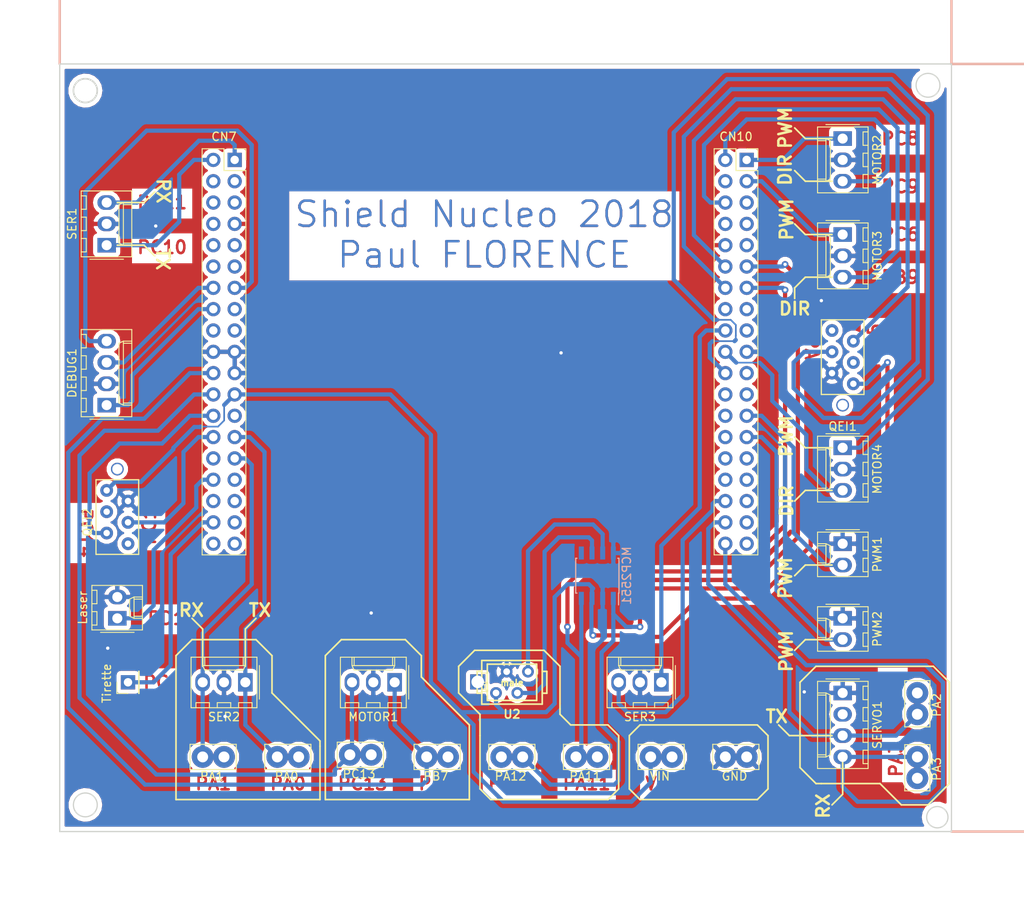
<source format=kicad_pcb>
(kicad_pcb (version 20171130) (host pcbnew 5.0.0-rc2-be01b52~65~ubuntu16.04.1)
  (title_block (title "Shield PCB Nucleo 2018") (date 2018-05-18) (rev 1.0) (company "Club Robot") (comment 1 "Paul FLORence"))
  (layers (0 F.Cu signal) (31 B.Cu signal) (34 B.Paste user hide) (35 F.Paste user hide) (36 B.SilkS user hide) (37 F.SilkS user hide) (38 B.Mask user hide) (39 F.Mask user hide) (44 Edge.Cuts user hide))
  (net 0 "")
  (net 1 PA0)
  (net 2 PA1)
  (net 3 PC12)
  (net 4 PD2)
  (net 5 VDD)
  (net 6 E5V)
  (net 7 BOOT0)
  (net 8 GND)
  (net 9 "Net-(CN7-Pad9)")
  (net 10 "Net-(CN7-Pad10)")
  (net 11 "Net-(CN7-Pad11)")
  (net 12 IOREF)
  (net 13 PA13)
  (net 14 RESET)
  (net 15 T_SCK)
  (net 16 3V3)
  (net 17 PA15)
  (net 18 5V)
  (net 19 PB7)
  (net 20 PC13)
  (net 21 VIN)
  (net 22 PC14)
  (net 23 "Net-(CN7-Pad26)")
  (net 24 PC15)
  (net 25 PD0)
  (net 26 PD1)
  (net 27 PA4)
  (net 28 VBAT)
  (net 29 PB0)
  (net 30 PC2)
  (net 31 PC1)
  (net 32 PC3)
  (net 33 PC0)
  (net 34 "Net-(CN10-Pad38)")
  (net 35 "Net-(CN10-Pad36)")
  (net 36 PC4)
  (net 37 AGND)
  (net 38 PB3)
  (net 39 PB13)
  (net 40 PB5)
  (net 41 PB14)
  (net 42 PB4)
  (net 43 PB15)
  (net 44 PB10)
  (net 45 PB1)
  (net 46 PA8)
  (net 47 PB2)
  (net 48 PA9)
  (net 49 PC7)
  (net 50 PB11)
  (net 51 PB12)
  (net 52 PA7)
  (net 53 PA11)
  (net 54 PA6)
  (net 55 PA12)
  (net 56 PA5)
  (net 57 "Net-(CN10-Pad10)")
  (net 58 U5V)
  (net 59 AVDD)
  (net 60 PC5)
  (net 61 PB9)
  (net 62 PC6)
  (net 63 PB8)
  (net 64 PC8)
  (net 65 PC9)
  (net 66 "Net-(SERVO1-Pad2)")
  (net 67 PC10)
  (net 68 PC11)
  (net 69 PA3)
  (net 70 PA2)
  (net 71 PA10)
  (net 72 PB6)
  (net 73 "Net-(QEI2-Pad4)")
  (net 74 "Net-(QEI2-Pad1)")
  (net 75 "Net-(QEI1-Pad1)")
  (net 76 "Net-(QEI1-Pad4)")
  (net 77 CAN_LOW)
  (net 78 CAN_HIGH)
  (net 79 "Net-(MOTOR1-Pad3)")
  (net 80 "Net-(U1-Pad5)")
  (module Connector_PinSocket_2.54mm:PinSocket_2x19_P2.54mm_Vertical_Odd (layer F.Cu) (at 78.74 82.55)
    (fp_text reference CN7 (at -1.27 -2.77) (layer F.SilkS))
    (fp_text value CONN_02X19)
    (pad 2 thru_hole rect (at 0 0) (size 1.7 1.7) (drill 1) (layers *.Cu *.Mask) (net 68 PC11))
    (pad 1 thru_hole oval (at -2.54 0) (size 1.7 1.7) (drill 1) (layers *.Cu *.Mask) (net 67 PC10))
    (pad 4 thru_hole oval (at 0 2.54) (size 1.7 1.7) (drill 1) (layers *.Cu *.Mask) (net 4 PD2))
    (pad 3 thru_hole oval (at -2.54 2.54) (size 1.7 1.7) (drill 1) (layers *.Cu *.Mask) (net 3 PC12))
    (pad 6 thru_hole oval (at 0 5.08) (size 1.7 1.7) (drill 1) (layers *.Cu *.Mask) (net 6 E5V))
    (pad 5 thru_hole oval (at -2.54 5.08) (size 1.7 1.7) (drill 1) (layers *.Cu *.Mask) (net 5 VDD))
    (pad 8 thru_hole oval (at 0 7.62) (size 1.7 1.7) (drill 1) (layers *.Cu *.Mask) (net 8 GND))
    (pad 7 thru_hole oval (at -2.54 7.62) (size 1.7 1.7) (drill 1) (layers *.Cu *.Mask) (net 7 BOOT0))
    (pad 10 thru_hole oval (at 0 10.16) (size 1.7 1.7) (drill 1) (layers *.Cu *.Mask) (net 10 "Net-(CN7-Pad10)"))
    (pad 9 thru_hole oval (at -2.54 10.16) (size 1.7 1.7) (drill 1) (layers *.Cu *.Mask) (net 9 "Net-(CN7-Pad9)"))
    (pad 12 thru_hole oval (at 0 12.7) (size 1.7 1.7) (drill 1) (layers *.Cu *.Mask) (net 12 IOREF))
    (pad 11 thru_hole oval (at -2.54 12.7) (size 1.7 1.7) (drill 1) (layers *.Cu *.Mask) (net 11 "Net-(CN7-Pad11)"))
    (pad 14 thru_hole oval (at 0 15.24) (size 1.7 1.7) (drill 1) (layers *.Cu *.Mask) (net 14 RESET))
    (pad 13 thru_hole oval (at -2.54 15.24) (size 1.7 1.7) (drill 1) (layers *.Cu *.Mask) (net 13 PA13))
    (pad 16 thru_hole oval (at 0 17.78) (size 1.7 1.7) (drill 1) (layers *.Cu *.Mask) (net 16 3V3))
    (pad 15 thru_hole oval (at -2.54 17.78) (size 1.7 1.7) (drill 1) (layers *.Cu *.Mask) (net 15 T_SCK))
    (pad 18 thru_hole oval (at 0 20.32) (size 1.7 1.7) (drill 1) (layers *.Cu *.Mask) (net 18 5V))
    (pad 17 thru_hole oval (at -2.54 20.32) (size 1.7 1.7) (drill 1) (layers *.Cu *.Mask) (net 17 PA15))
    (pad 20 thru_hole oval (at 0 22.86) (size 1.7 1.7) (drill 1) (layers *.Cu *.Mask) (net 8 GND))
    (pad 19 thru_hole oval (at -2.54 22.86) (size 1.7 1.7) (drill 1) (layers *.Cu *.Mask) (net 8 GND))
    (pad 22 thru_hole oval (at 0 25.4) (size 1.7 1.7) (drill 1) (layers *.Cu *.Mask) (net 8 GND))
    (pad 21 thru_hole oval (at -2.54 25.4) (size 1.7 1.7) (drill 1) (layers *.Cu *.Mask) (net 19 PB7))
    (pad 24 thru_hole oval (at 0 27.94) (size 1.7 1.7) (drill 1) (layers *.Cu *.Mask) (net 21 VIN))
    (pad 23 thru_hole oval (at -2.54 27.94) (size 1.7 1.7) (drill 1) (layers *.Cu *.Mask) (net 20 PC13))
    (pad 26 thru_hole oval (at 0 30.48) (size 1.7 1.7) (drill 1) (layers *.Cu *.Mask) (net 23 "Net-(CN7-Pad26)"))
    (pad 25 thru_hole oval (at -2.54 30.48) (size 1.7 1.7) (drill 1) (layers *.Cu *.Mask) (net 22 PC14))
    (pad 28 thru_hole oval (at 0 33.02) (size 1.7 1.7) (drill 1) (layers *.Cu *.Mask) (net 1 PA0))
    (pad 27 thru_hole oval (at -2.54 33.02) (size 1.7 1.7) (drill 1) (layers *.Cu *.Mask) (net 24 PC15))
    (pad 30 thru_hole oval (at 0 35.56) (size 1.7 1.7) (drill 1) (layers *.Cu *.Mask) (net 2 PA1))
    (pad 29 thru_hole oval (at -2.54 35.56) (size 1.7 1.7) (drill 1) (layers *.Cu *.Mask) (net 25 PD0))
    (pad 32 thru_hole oval (at 0 38.1) (size 1.7 1.7) (drill 1) (layers *.Cu *.Mask) (net 27 PA4))
    (pad 31 thru_hole oval (at -2.54 38.1) (size 1.7 1.7) (drill 1) (layers *.Cu *.Mask) (net 26 PD1))
    (pad 34 thru_hole oval (at 0 40.64) (size 1.7 1.7) (drill 1) (layers *.Cu *.Mask) (net 29 PB0))
    (pad 33 thru_hole oval (at -2.54 40.64) (size 1.7 1.7) (drill 1) (layers *.Cu *.Mask) (net 28 VBAT))
    (pad 36 thru_hole oval (at 0 43.18) (size 1.7 1.7) (drill 1) (layers *.Cu *.Mask) (net 31 PC1))
    (pad 35 thru_hole oval (at -2.54 43.18) (size 1.7 1.7) (drill 1) (layers *.Cu *.Mask) (net 30 PC2))
    (pad 38 thru_hole oval (at 0 45.72) (size 1.7 1.7) (drill 1) (layers *.Cu *.Mask) (net 33 PC0))
    (pad 37 thru_hole oval (at -2.54 45.72) (size 1.7 1.7) (drill 1) (layers *.Cu *.Mask) (net 32 PC3))
  )
  (module Connector_PinSocket_2.54mm:PinSocket_2x19_P2.54mm_Vertical_Odd (layer F.Cu) (at 139.7 82.55)
    (fp_text reference CN10 (at -1.27 -2.77) (layer F.SilkS))
    (fp_text value CONN_02X19)
    (pad 2 thru_hole rect (at 0 0) (size 1.7 1.7) (drill 1) (layers *.Cu *.Mask) (net 64 PC8))
    (pad 1 thru_hole oval (at -2.54 0) (size 1.7 1.7) (drill 1) (layers *.Cu *.Mask) (net 65 PC9))
    (pad 4 thru_hole oval (at 0 2.54) (size 1.7 1.7) (drill 1) (layers *.Cu *.Mask) (net 62 PC6))
    (pad 3 thru_hole oval (at -2.54 2.54) (size 1.7 1.7) (drill 1) (layers *.Cu *.Mask) (net 63 PB8))
    (pad 6 thru_hole oval (at 0 5.08) (size 1.7 1.7) (drill 1) (layers *.Cu *.Mask) (net 60 PC5))
    (pad 5 thru_hole oval (at -2.54 5.08) (size 1.7 1.7) (drill 1) (layers *.Cu *.Mask) (net 61 PB9))
    (pad 8 thru_hole oval (at 0 7.62) (size 1.7 1.7) (drill 1) (layers *.Cu *.Mask) (net 58 U5V))
    (pad 7 thru_hole oval (at -2.54 7.62) (size 1.7 1.7) (drill 1) (layers *.Cu *.Mask) (net 59 AVDD))
    (pad 10 thru_hole oval (at 0 10.16) (size 1.7 1.7) (drill 1) (layers *.Cu *.Mask) (net 57 "Net-(CN10-Pad10)"))
    (pad 9 thru_hole oval (at -2.54 10.16) (size 1.7 1.7) (drill 1) (layers *.Cu *.Mask) (net 8 GND))
    (pad 12 thru_hole oval (at 0 12.7) (size 1.7 1.7) (drill 1) (layers *.Cu *.Mask) (net 55 PA12))
    (pad 11 thru_hole oval (at -2.54 12.7) (size 1.7 1.7) (drill 1) (layers *.Cu *.Mask) (net 56 PA5))
    (pad 14 thru_hole oval (at 0 15.24) (size 1.7 1.7) (drill 1) (layers *.Cu *.Mask) (net 53 PA11))
    (pad 13 thru_hole oval (at -2.54 15.24) (size 1.7 1.7) (drill 1) (layers *.Cu *.Mask) (net 54 PA6))
    (pad 16 thru_hole oval (at 0 17.78) (size 1.7 1.7) (drill 1) (layers *.Cu *.Mask) (net 51 PB12))
    (pad 15 thru_hole oval (at -2.54 17.78) (size 1.7 1.7) (drill 1) (layers *.Cu *.Mask) (net 52 PA7))
    (pad 18 thru_hole oval (at 0 20.32) (size 1.7 1.7) (drill 1) (layers *.Cu *.Mask) (net 50 PB11))
    (pad 17 thru_hole oval (at -2.54 20.32) (size 1.7 1.7) (drill 1) (layers *.Cu *.Mask) (net 72 PB6))
    (pad 20 thru_hole oval (at 0 22.86) (size 1.7 1.7) (drill 1) (layers *.Cu *.Mask) (net 8 GND))
    (pad 19 thru_hole oval (at -2.54 22.86) (size 1.7 1.7) (drill 1) (layers *.Cu *.Mask) (net 49 PC7))
    (pad 22 thru_hole oval (at 0 25.4) (size 1.7 1.7) (drill 1) (layers *.Cu *.Mask) (net 47 PB2))
    (pad 21 thru_hole oval (at -2.54 25.4) (size 1.7 1.7) (drill 1) (layers *.Cu *.Mask) (net 48 PA9))
    (pad 24 thru_hole oval (at 0 27.94) (size 1.7 1.7) (drill 1) (layers *.Cu *.Mask) (net 45 PB1))
    (pad 23 thru_hole oval (at -2.54 27.94) (size 1.7 1.7) (drill 1) (layers *.Cu *.Mask) (net 46 PA8))
    (pad 26 thru_hole oval (at 0 30.48) (size 1.7 1.7) (drill 1) (layers *.Cu *.Mask) (net 43 PB15))
    (pad 25 thru_hole oval (at -2.54 30.48) (size 1.7 1.7) (drill 1) (layers *.Cu *.Mask) (net 44 PB10))
    (pad 28 thru_hole oval (at 0 33.02) (size 1.7 1.7) (drill 1) (layers *.Cu *.Mask) (net 41 PB14))
    (pad 27 thru_hole oval (at -2.54 33.02) (size 1.7 1.7) (drill 1) (layers *.Cu *.Mask) (net 42 PB4))
    (pad 30 thru_hole oval (at 0 35.56) (size 1.7 1.7) (drill 1) (layers *.Cu *.Mask) (net 39 PB13))
    (pad 29 thru_hole oval (at -2.54 35.56) (size 1.7 1.7) (drill 1) (layers *.Cu *.Mask) (net 40 PB5))
    (pad 32 thru_hole oval (at 0 38.1) (size 1.7 1.7) (drill 1) (layers *.Cu *.Mask) (net 37 AGND))
    (pad 31 thru_hole oval (at -2.54 38.1) (size 1.7 1.7) (drill 1) (layers *.Cu *.Mask) (net 38 PB3))
    (pad 34 thru_hole oval (at 0 40.64) (size 1.7 1.7) (drill 1) (layers *.Cu *.Mask) (net 36 PC4))
    (pad 33 thru_hole oval (at -2.54 40.64) (size 1.7 1.7) (drill 1) (layers *.Cu *.Mask) (net 71 PA10))
    (pad 36 thru_hole oval (at 0 43.18) (size 1.7 1.7) (drill 1) (layers *.Cu *.Mask) (net 35 "Net-(CN10-Pad36)"))
    (pad 35 thru_hole oval (at -2.54 43.18) (size 1.7 1.7) (drill 1) (layers *.Cu *.Mask) (net 70 PA2))
    (pad 38 thru_hole oval (at 0 45.72) (size 1.7 1.7) (drill 1) (layers *.Cu *.Mask) (net 34 "Net-(CN10-Pad38)"))
    (pad 37 thru_hole oval (at -2.54 45.72) (size 1.7 1.7) (drill 1) (layers *.Cu *.Mask) (net 69 PA3))
  )
  (module TestPoint:TestPoint_Bridge_Pitch2.54mm_Drill1.3mm (layer F.Cu) (at 160.02 148.59 90)
    (fp_text reference PA2 (at 1.1 2.3 90) (layer F.SilkS))
    (fp_text value TX_SERVO)
    (pad 1 thru_hole circle (at 2.54 0 90) (size 2.6 2.6) (drill 1.3) (layers *.Cu *.Mask) (net 70 PA2))
    (pad 1 thru_hole circle (at 0 0 90) (size 2.6 2.6) (drill 1.3) (layers *.Cu *.Mask) (net 70 PA2))
  )
  (module TestPoint:TestPoint_Bridge_Pitch2.54mm_Drill1.3mm (layer F.Cu) (at 160.02 156.21 90)
    (fp_text reference PA3 (at 1.1 2.3 90) (layer F.SilkS))
    (fp_text value RX_SERVO)
    (pad 1 thru_hole circle (at 2.54 0 90) (size 2.6 2.6) (drill 1.3) (layers *.Cu *.Mask) (net 69 PA3))
    (pad 1 thru_hole circle (at 0 0 90) (size 2.6 2.6) (drill 1.3) (layers *.Cu *.Mask) (net 69 PA3))
  )
  (module TestPoint:TestPoint_Bridge_Pitch2.54mm_Drill1.3mm (layer F.Cu) (at 110.49 153.67)
    (fp_text reference PA12 (at 1.1 2.3) (layer F.SilkS))
    (fp_text value CAN_TD)
    (pad 1 thru_hole circle (at 2.54 0) (size 2.6 2.6) (drill 1.3) (layers *.Cu *.Mask) (net 55 PA12))
    (pad 1 thru_hole circle (at 0 0) (size 2.6 2.6) (drill 1.3) (layers *.Cu *.Mask) (net 55 PA12))
  )
  (module TestPoint:TestPoint_Bridge_Pitch2.54mm_Drill1.3mm (layer F.Cu) (at 119.38 153.67)
    (fp_text reference PA11 (at 1.1 2.3) (layer F.SilkS))
    (fp_text value CAN_RD)
    (pad 1 thru_hole circle (at 2.54 0) (size 2.6 2.6) (drill 1.3) (layers *.Cu *.Mask) (net 53 PA11))
    (pad 1 thru_hole circle (at 0 0) (size 2.6 2.6) (drill 1.3) (layers *.Cu *.Mask) (net 53 PA11))
  )
  (module TestPoint:TestPoint_Bridge_Pitch2.54mm_Drill1.3mm (layer F.Cu) (at 128.27 153.67)
    (fp_text reference VIN (at 1.1 2.3) (layer F.SilkS))
    (fp_text value 5V)
    (pad 1 thru_hole circle (at 2.54 0) (size 2.6 2.6) (drill 1.3) (layers *.Cu *.Mask) (net 21 VIN))
    (pad 1 thru_hole circle (at 0 0) (size 2.6 2.6) (drill 1.3) (layers *.Cu *.Mask) (net 21 VIN))
  )
  (module TestPoint:TestPoint_Bridge_Pitch2.54mm_Drill1.3mm (layer F.Cu) (at 137.16 153.67)
    (fp_text reference GND (at 1.1 2.3) (layer F.SilkS))
    (fp_text value GND)
    (pad 1 thru_hole circle (at 2.54 0) (size 2.6 2.6) (drill 1.3) (layers *.Cu *.Mask) (net 8 GND))
    (pad 1 thru_hole circle (at 0 0) (size 2.6 2.6) (drill 1.3) (layers *.Cu *.Mask) (net 8 GND))
  )
  (module micro-MaTch:0-215464-4_TH_4-pin_male (layer F.Cu) (at 111.76 144.78 180)
    (fp_text reference U2 (at 0 -3.8 180) (layer F.SilkS) (effects (font (thickness 0.2))))
    (fp_text value micromatch_female hide)
    (fp_text user male (at 0 -0.07 180) (layer F.SilkS) (effects (font (size 0.75 0.75) (thickness 0.1875))))
    (pad 1 thru_hole circle (at 1.905 -1.27 180) (size 1.4 1.4) (drill 0.8) (layers *.Cu *.Mask) (net 21 VIN))
    (pad 2 thru_hole circle (at 0.635 1.27 180) (size 1.4 1.4) (drill 0.8) (layers *.Cu *.Mask) (net 8 GND))
    (pad 3 thru_hole circle (at -0.635 -1.27 180) (size 1.4 1.4) (drill 0.8) (layers *.Cu *.Mask) (net 77 CAN_LOW))
    (pad 4 thru_hole circle (at -1.905 1.27 180) (size 1.4 1.4) (drill 0.8) (layers *.Cu *.Mask) (net 78 CAN_HIGH))
    (pad "" np_thru_hole rect (at 4.0767 0.0508 180) (size 1.8 1.8) (drill 1.5) (layers *.Cu *.Mask))
  )
  (module Connector_Molex:Molex_KK-254_AE-6410-02A_1x02_P2.54mm_Vertical (layer F.Cu) (at 64.77 137.16 90)
    (fp_text reference Laser (at 1.27 -4.12 90) (layer F.SilkS))
    (fp_text value Conn_01x02)
    (pad 2 thru_hole oval (at 2.54 0 90) (size 1.74 2.2) (drill 1.2) (layers *.Cu *.Mask) (net 8 GND))
    (pad 1 thru_hole rect (at 0 0 90) (size 1.74 2.2) (drill 1.2) (layers *.Cu *.Mask) (net 26 PD1))
  )
  (module Connector_Molex:Molex_KK-254_AE-6410-03A_1x03_P2.54mm_Vertical (layer F.Cu) (at 97.79 144.78 180)
    (fp_text reference MOTOR1 (at 2.54 -4.12 180) (layer F.SilkS))
    (fp_text value Motor1)
    (pad 3 thru_hole oval (at 5.08 0 180) (size 1.74 2.2) (drill 1.2) (layers *.Cu *.Mask) (net 20 PC13))
    (pad 2 thru_hole oval (at 2.54 0 180) (size 1.74 2.2) (drill 1.2) (layers *.Cu *.Mask) (net 8 GND))
    (pad 1 thru_hole rect (at 0 0 180) (size 1.74 2.2) (drill 1.2) (layers *.Cu *.Mask) (net 19 PB7))
  )
  (module Connector_Molex:Molex_KK-254_AE-6410-03A_1x03_P2.54mm_Vertical (layer F.Cu) (at 151.13 80.01 270)
    (fp_text reference MOTOR2 (at 2.54 -4.12 270) (layer F.SilkS))
    (fp_text value Motor2)
    (pad 3 thru_hole oval (at 5.08 0 270) (size 1.74 2.2) (drill 1.2) (layers *.Cu *.Mask) (net 65 PC9))
    (pad 2 thru_hole oval (at 2.54 0 270) (size 1.74 2.2) (drill 1.2) (layers *.Cu *.Mask) (net 8 GND))
    (pad 1 thru_hole rect (at 0 0 270) (size 1.74 2.2) (drill 1.2) (layers *.Cu *.Mask) (net 64 PC8))
  )
  (module Connector_Molex:Molex_KK-254_AE-6410-03A_1x03_P2.54mm_Vertical (layer F.Cu) (at 151.13 91.44 270)
    (fp_text reference MOTOR3 (at 2.54 -4.12 270) (layer F.SilkS))
    (fp_text value Motor3)
    (pad 3 thru_hole oval (at 5.08 0 270) (size 1.74 2.2) (drill 1.2) (layers *.Cu *.Mask) (net 61 PB9))
    (pad 2 thru_hole oval (at 2.54 0 270) (size 1.74 2.2) (drill 1.2) (layers *.Cu *.Mask) (net 8 GND))
    (pad 1 thru_hole rect (at 0 0 270) (size 1.74 2.2) (drill 1.2) (layers *.Cu *.Mask) (net 62 PC6))
  )
  (module Connector_Molex:Molex_KK-254_AE-6410-03A_1x03_P2.54mm_Vertical (layer F.Cu) (at 151.13 116.84 270)
    (fp_text reference MOTOR4 (at 2.54 -4.12 270) (layer F.SilkS))
    (fp_text value Motor4)
    (pad 3 thru_hole oval (at 5.08 0 270) (size 1.74 2.2) (drill 1.2) (layers *.Cu *.Mask) (net 49 PC7))
    (pad 2 thru_hole oval (at 2.54 0 270) (size 1.74 2.2) (drill 1.2) (layers *.Cu *.Mask) (net 8 GND))
    (pad 1 thru_hole rect (at 0 0 270) (size 1.74 2.2) (drill 1.2) (layers *.Cu *.Mask) (net 48 PA9))
  )
  (module Package_SO:SOIC-8_3.9x4.9mm_P1.27mm (layer B.Cu) (at 121.92 132.08 90)
    (fp_text reference MCP2551 (at 0 3.5 90) (layer B.SilkS) (effects (justify mirror)))
    (fp_text value MCP2551)
    (pad 8 smd rect (at 2.7 1.905 90) (size 1.55 0.6) (layers B.Cu B.Paste B.Mask) (net 8 GND))
    (pad 7 smd rect (at 2.7 0.635 90) (size 1.55 0.6) (layers B.Cu B.Paste B.Mask) (net 78 CAN_HIGH))
    (pad 6 smd rect (at 2.7 -0.635 90) (size 1.55 0.6) (layers B.Cu B.Paste B.Mask) (net 77 CAN_LOW))
    (pad 5 smd rect (at 2.7 -1.905 90) (size 1.55 0.6) (layers B.Cu B.Paste B.Mask) (net 80 "Net-(U1-Pad5)"))
    (pad 4 smd rect (at -2.7 -1.905 90) (size 1.55 0.6) (layers B.Cu B.Paste B.Mask) (net 53 PA11))
    (pad 3 smd rect (at -2.7 -0.635 90) (size 1.55 0.6) (layers B.Cu B.Paste B.Mask) (net 21 VIN))
    (pad 2 smd rect (at -2.7 0.635 90) (size 1.55 0.6) (layers B.Cu B.Paste B.Mask) (net 8 GND))
    (pad 1 smd rect (at -2.7 1.905 90) (size 1.55 0.6) (layers B.Cu B.Paste B.Mask) (net 55 PA12))
  )
  (module TestPoint:TestPoint_Bridge_Pitch2.54mm_Drill1.3mm (layer F.Cu) (at 74.93 153.67)
    (fp_text reference PA1 (at 1.1 2.3) (layer F.SilkS))
    (fp_text value RX2)
    (pad 1 thru_hole circle (at 2.54 0) (size 2.6 2.6) (drill 1.3) (layers *.Cu *.Mask) (net 2 PA1))
    (pad 1 thru_hole circle (at 0 0) (size 2.6 2.6) (drill 1.3) (layers *.Cu *.Mask) (net 2 PA1))
  )
  (module TestPoint:TestPoint_Bridge_Pitch2.54mm_Drill1.3mm (layer F.Cu) (at 83.82 153.67)
    (fp_text reference PA0 (at 1.1 2.3) (layer F.SilkS))
    (fp_text value TX2)
    (pad 1 thru_hole circle (at 2.54 0) (size 2.6 2.6) (drill 1.3) (layers *.Cu *.Mask) (net 1 PA0))
    (pad 1 thru_hole circle (at 0 0) (size 2.6 2.6) (drill 1.3) (layers *.Cu *.Mask) (net 1 PA0))
  )
  (module TestPoint:TestPoint_Bridge_Pitch2.54mm_Drill1.3mm (layer F.Cu) (at 101.6 153.67)
    (fp_text reference PB7 (at 1.1 2.3) (layer F.SilkS))
    (fp_text value PWM_MOT_1)
    (pad 1 thru_hole circle (at 2.54 0) (size 2.6 2.6) (drill 1.3) (layers *.Cu *.Mask) (net 19 PB7))
    (pad 1 thru_hole circle (at 0 0) (size 2.6 2.6) (drill 1.3) (layers *.Cu *.Mask) (net 19 PB7))
  )
  (module TestPoint:TestPoint_Bridge_Pitch2.54mm_Drill1.3mm (layer F.Cu) (at 92.456 153.416)
    (fp_text reference PC13 (at 1.1 2.3) (layer F.SilkS))
    (fp_text value DIR_MOT_1)
    (pad 1 thru_hole circle (at 2.54 0) (size 2.6 2.6) (drill 1.3) (layers *.Cu *.Mask) (net 79 "Net-(MOTOR1-Pad3)"))
    (pad 1 thru_hole circle (at 0 0) (size 2.6 2.6) (drill 1.3) (layers *.Cu *.Mask) (net 20 PC13))
  )
  (module Connector_Molex:Molex_KK-254_AE-6410-02A_1x02_P2.54mm_Vertical (layer F.Cu) (at 151.13 137.16 270)
    (fp_text reference PWM2 (at 1.27 -4.12 270) (layer F.SilkS))
    (fp_text value "Pwm 2")
    (pad 2 thru_hole oval (at 2.54 0 270) (size 1.74 2.2) (drill 1.2) (layers *.Cu *.Mask) (net 41 PB14))
    (pad 1 thru_hole rect (at 0 0 270) (size 1.74 2.2) (drill 1.2) (layers *.Cu *.Mask) (net 8 GND))
  )
  (module Connector_Molex:Molex_KK-254_AE-6410-02A_1x02_P2.54mm_Vertical (layer F.Cu) (at 151.13 128.27 270)
    (fp_text reference PWM1 (at 1.27 -4.12 270) (layer F.SilkS))
    (fp_text value "Pwm 1")
    (pad 2 thru_hole oval (at 2.54 0 270) (size 1.74 2.2) (drill 1.2) (layers *.Cu *.Mask) (net 43 PB15))
    (pad 1 thru_hole rect (at 0 0 270) (size 1.74 2.2) (drill 1.2) (layers *.Cu *.Mask) (net 8 GND))
  )
  (module Connector_Molex:Molex_KK-254_AE-6410-03A_1x03_P2.54mm_Vertical (layer F.Cu) (at 129.54 144.78 180)
    (fp_text reference SER3 (at 2.54 -4.12 180) (layer F.SilkS))
    (fp_text value "Serial 3")
    (pad 3 thru_hole oval (at 5.08 0 180) (size 1.74 2.2) (drill 1.2) (layers *.Cu *.Mask) (net 71 PA10))
    (pad 2 thru_hole oval (at 2.54 0 180) (size 1.74 2.2) (drill 1.2) (layers *.Cu *.Mask) (net 8 GND))
    (pad 1 thru_hole rect (at 0 0 180) (size 1.74 2.2) (drill 1.2) (layers *.Cu *.Mask) (net 72 PB6))
  )
  (module Connector_Molex:Molex_KK-254_AE-6410-03A_1x03_P2.54mm_Vertical (layer F.Cu) (at 80.01 144.78 180)
    (fp_text reference SER2 (at 2.54 -4.12 180) (layer F.SilkS))
    (fp_text value "Serial 2")
    (pad 3 thru_hole oval (at 5.08 0 180) (size 1.74 2.2) (drill 1.2) (layers *.Cu *.Mask) (net 2 PA1))
    (pad 2 thru_hole oval (at 2.54 0 180) (size 1.74 2.2) (drill 1.2) (layers *.Cu *.Mask) (net 8 GND))
    (pad 1 thru_hole rect (at 0 0 180) (size 1.74 2.2) (drill 1.2) (layers *.Cu *.Mask) (net 1 PA0))
  )
  (module Connector_Molex:Molex_KK-254_AE-6410-03A_1x03_P2.54mm_Vertical (layer F.Cu) (at 63.5 92.71 90)
    (fp_text reference SER1 (at 2.54 -4.12 90) (layer F.SilkS))
    (fp_text value "Serial 1")
    (pad 3 thru_hole oval (at 5.08 0 90) (size 1.74 2.2) (drill 1.2) (layers *.Cu *.Mask) (net 68 PC11))
    (pad 2 thru_hole oval (at 2.54 0 90) (size 1.74 2.2) (drill 1.2) (layers *.Cu *.Mask) (net 8 GND))
    (pad 1 thru_hole rect (at 0 0 90) (size 1.74 2.2) (drill 1.2) (layers *.Cu *.Mask) (net 67 PC10))
  )
  (module Connector_Molex:Molex_KK-254_AE-6410-04A_1x04_P2.54mm_Vertical (layer F.Cu) (at 151.13 146.05 270)
    (fp_text reference SERVO1 (at 3.81 -4.12 270) (layer F.SilkS))
    (fp_text value "Servo 1")
    (pad 4 thru_hole oval (at 7.62 0 270) (size 1.74 2.2) (drill 1.2) (layers *.Cu *.Mask) (net 69 PA3))
    (pad 3 thru_hole oval (at 5.08 0 270) (size 1.74 2.2) (drill 1.2) (layers *.Cu *.Mask) (net 70 PA2))
    (pad 2 thru_hole oval (at 2.54 0 270) (size 1.74 2.2) (drill 1.2) (layers *.Cu *.Mask) (net 66 "Net-(SERVO1-Pad2)"))
    (pad 1 thru_hole rect (at 0 0 270) (size 1.74 2.2) (drill 1.2) (layers *.Cu *.Mask) (net 8 GND))
  )
  (module Connector_Molex:Molex_KK-254_AE-6410-04A_1x04_P2.54mm_Vertical (layer F.Cu) (at 63.5 111.76 90)
    (fp_text reference DEBUG1 (at 3.81 -4.12 90) (layer F.SilkS))
    (fp_text value "Connection ST-LINK")
    (pad 4 thru_hole oval (at 7.62 0 90) (size 1.74 2.2) (drill 1.2) (layers *.Cu *.Mask) (net 14 RESET))
    (pad 3 thru_hole oval (at 5.08 0 90) (size 1.74 2.2) (drill 1.2) (layers *.Cu *.Mask) (net 13 PA13))
    (pad 2 thru_hole oval (at 2.54 0 90) (size 1.74 2.2) (drill 1.2) (layers *.Cu *.Mask) (net 8 GND))
    (pad 1 thru_hole rect (at 0 0 90) (size 1.74 2.2) (drill 1.2) (layers *.Cu *.Mask) (net 15 T_SCK))
  )
  (module Connector_PinHeader_2.54mm:PinHeader_1x01_P2.54mm_Vertical (layer F.Cu) (at 66.04 144.78 90)
    (fp_text reference Tirette (at -0.127 -2.54 270) (layer F.SilkS))
    (fp_text value "Digital In 1")
    (pad 1 thru_hole rect (at 0 0 90) (size 1.7 1.7) (drill 1) (layers *.Cu *.Mask) (net 30 PC2))
  )
  (module micro-MaTch:Micromatch_Female_6 (layer F.Cu) (at 64.77 125.73 180)
    (fp_text reference QEI2 (at 3.556 0 270) (layer F.SilkS))
    (fp_text value micromatch_6_female)
    (pad "" np_thru_hole circle (at 0 6.35 180) (size 1.524 1.524) (drill 1.2) (layers *.Cu *.Mask))
    (pad 5 thru_hole circle (at -1.27 2.54 180) (size 1.524 1.524) (drill 0.762) (layers *.Cu *.Mask) (net 8 GND))
    (pad 6 thru_hole circle (at 1.27 3.81 180) (size 1.524 1.524) (drill 0.762) (layers *.Cu *.Mask) (net 21 VIN))
    (pad 4 thru_hole circle (at 1.27 1.27 180) (size 1.524 1.524) (drill 0.762) (layers *.Cu *.Mask) (net 73 "Net-(QEI2-Pad4)"))
    (pad 3 thru_hole circle (at -1.27 0 180) (size 1.524 1.524) (drill 0.762) (layers *.Cu *.Mask) (net 24 PC15))
    (pad 2 thru_hole circle (at 1.27 -1.27 180) (size 1.524 1.524) (drill 0.762) (layers *.Cu *.Mask) (net 22 PC14))
    (pad 1 thru_hole circle (at -1.27 -2.54 180) (size 1.524 1.524) (drill 0.762) (layers *.Cu *.Mask) (net 74 "Net-(QEI2-Pad1)"))
  )
  (module micro-MaTch:Micromatch_Female_6 (layer F.Cu) (at 151.13 105.41)
    (fp_text reference QEI1 (at 0 8.89) (layer F.SilkS))
    (fp_text value micromatch_6_female)
    (pad "" np_thru_hole circle (at 0 6.35) (size 1.524 1.524) (drill 1.2) (layers *.Cu *.Mask))
    (pad 5 thru_hole circle (at -1.27 2.54) (size 1.524 1.524) (drill 0.762) (layers *.Cu *.Mask) (net 8 GND))
    (pad 6 thru_hole circle (at 1.27 3.81) (size 1.524 1.524) (drill 0.762) (layers *.Cu *.Mask) (net 21 VIN))
    (pad 4 thru_hole circle (at 1.27 1.27) (size 1.524 1.524) (drill 0.762) (layers *.Cu *.Mask) (net 76 "Net-(QEI1-Pad4)"))
    (pad 3 thru_hole circle (at -1.27 0) (size 1.524 1.524) (drill 0.762) (layers *.Cu *.Mask) (net 54 PA6))
    (pad 2 thru_hole circle (at 1.27 -1.27) (size 1.524 1.524) (drill 0.762) (layers *.Cu *.Mask) (net 56 PA5))
    (pad 1 thru_hole circle (at -1.27 -2.54) (size 1.524 1.524) (drill 0.762) (layers *.Cu *.Mask) (net 75 "Net-(QEI1-Pad1)"))
  )
  (gr_circle (center 162.4 160.85) (end 163.67 160.85) (layer Edge.Cuts) (width 0.15))
  (gr_circle (center 161.29 73.66) (end 162.56 73.025) (layer Edge.Cuts) (width 0.15))
  (gr_circle (center 60.96 159.385) (end 62.23 158.75) (layer Edge.Cuts) (width 0.15))
  (gr_circle (center 60.96 74.295) (end 61.595 73.025) (layer Edge.Cuts) (width 0.2))
  (gr_text DIR (at 144.45 123.18 90) (layer F.SilkS) (effects (font (size 1.5 1.5) (thickness 0.3))))
  (gr_text PWM (at 144.39 115.46 90) (layer F.SilkS) (effects (font (size 1.5 1.5) (thickness 0.3))))
  (gr_line (start 146.685 121.92) (end 145.415 123.19) (layer F.SilkS) (width 0.2))
  (gr_line (start 149.86 121.92) (end 146.685 121.92) (layer F.SilkS) (width 0.2))
  (gr_line (start 146.685 116.84) (end 145.415 115.57) (layer F.SilkS) (width 0.2))
  (gr_line (start 149.86 116.84) (end 146.685 116.84) (layer F.SilkS) (width 0.2))
  (gr_line (start 145.415 97.79) (end 145.415 99.06) (layer F.SilkS) (width 0.2))
  (gr_text DIR (at 145.425 100.275) (layer F.SilkS) (effects (font (size 1.5 1.5) (thickness 0.3))))
  (gr_text PWM (at 144.46 89.65 90) (layer F.SilkS) (effects (font (size 1.5 1.5) (thickness 0.3))))
  (gr_line (start 146.685 96.52) (end 145.415 97.79) (layer F.SilkS) (width 0.2))
  (gr_line (start 149.86 96.52) (end 146.685 96.52) (layer F.SilkS) (width 0.2))
  (gr_line (start 146.685 91.44) (end 145.415 90.17) (layer F.SilkS) (width 0.2))
  (gr_line (start 149.86 91.44) (end 146.685 91.44) (layer F.SilkS) (width 0.2))
  (gr_text DIR (at 144.27 83.725 90) (layer F.SilkS) (effects (font (size 1.5 1.5) (thickness 0.3))))
  (gr_text "PWM\n" (at 144.29 78.73 90) (layer F.SilkS) (effects (font (size 1.5 1.5) (thickness 0.3))))
  (gr_line (start 146.685 85.09) (end 145.415 83.82) (layer F.SilkS) (width 0.2))
  (gr_line (start 149.86 85.09) (end 146.685 85.09) (layer F.SilkS) (width 0.2))
  (gr_line (start 146.685 80.01) (end 145.415 78.74) (layer F.SilkS) (width 0.2))
  (gr_line (start 149.86 80.01) (end 146.685 80.01) (layer F.SilkS) (width 0.2))
  (gr_text TX (at 70.19 94.38 270) (layer F.SilkS) (effects (font (size 1.5 1.5) (thickness 0.3))))
  (gr_text RX (at 70.24 86.25 270) (layer F.SilkS) (effects (font (size 1.5 1.5) (thickness 0.3))))
  (gr_line (start 67.945 92.71) (end 69.215 93.98) (layer F.SilkS) (width 0.2))
  (gr_line (start 64.77 92.71) (end 67.945 92.71) (layer F.SilkS) (width 0.2))
  (gr_line (start 67.945 87.63) (end 69.215 86.36) (layer F.SilkS) (width 0.2))
  (gr_line (start 64.77 87.63) (end 67.945 87.63) (layer F.SilkS) (width 0.2))
  (gr_text PWM (at 144.4 141.07 90) (layer F.SilkS) (effects (font (size 1.5 1.5) (thickness 0.3))))
  (gr_line (start 146.685 139.7) (end 145.415 140.97) (layer F.SilkS) (width 0.2))
  (gr_line (start 146.685 139.7) (end 149.86 139.7) (layer F.SilkS) (width 0.2))
  (gr_text PWM (at 144.3 132.36 90) (layer F.SilkS) (effects (font (size 1.5 1.5) (thickness 0.3))))
  (gr_line (start 146.685 130.81) (end 145.415 132.08) (layer F.SilkS) (width 0.2))
  (gr_line (start 149.86 130.81) (end 146.685 130.81) (layer F.SilkS) (width 0.2))
  (gr_text TX (at 143.28 148.85) (layer F.SilkS) (effects (font (size 1.5 1.5) (thickness 0.3))))
  (gr_text RX (at 148.8 159.53 90) (layer F.SilkS) (effects (font (size 1.5 1.5) (thickness 0.3))))
  (gr_line (start 144.78 151.13) (end 143.51 149.86) (layer F.SilkS) (width 0.2))
  (gr_line (start 149.86 151.13) (end 144.78 151.13) (layer F.SilkS) (width 0.2))
  (gr_line (start 151.13 158.115) (end 149.86 159.385) (layer F.SilkS) (width 0.2))
  (gr_line (start 151.13 154.305) (end 151.13 158.115) (layer F.SilkS) (width 0.2))
  (gr_text "TX\n" (at 81.74 136.19) (layer F.SilkS) (effects (font (size 1.5 1.5) (thickness 0.3))))
  (gr_line (start 80.01 138.43) (end 81.28 137.16) (layer F.SilkS) (width 0.2))
  (gr_line (start 80.01 142.875) (end 80.01 138.43) (layer F.SilkS) (width 0.2))
  (gr_text "RX\n" (at 73.58 136.19) (layer F.SilkS) (effects (font (size 1.5 1.5) (thickness 0.3))))
  (gr_line (start 74.93 138.43) (end 73.66 137.16) (layer F.SilkS) (width 0.2))
  (gr_line (start 74.93 142.875) (end 74.93 138.43) (layer F.SilkS) (width 0.2))
  (gr_line (start 161.925 142.875) (end 163.83 144.78) (layer F.SilkS) (width 0.2))
  (gr_line (start 147.955 142.875) (end 161.925 142.875) (layer F.SilkS) (width 0.2))
  (gr_line (start 146.05 144.78) (end 147.955 142.875) (layer F.SilkS) (width 0.2))
  (gr_line (start 146.05 154.94) (end 146.05 144.78) (layer F.SilkS) (width 0.2))
  (gr_line (start 147.955 156.845) (end 146.05 154.94) (layer F.SilkS) (width 0.2))
  (gr_line (start 148.59 156.845) (end 147.955 156.845) (layer F.SilkS) (width 0.2))
  (gr_line (start 155.575 156.845) (end 148.59 156.845) (layer F.SilkS) (width 0.2))
  (gr_line (start 158.115 159.385) (end 155.575 156.845) (layer F.SilkS) (width 0.2))
  (gr_line (start 163.83 156.845) (end 163.83 144.78) (layer F.SilkS) (width 0.2))
  (gr_line (start 161.29 159.385) (end 163.83 156.845) (layer F.SilkS) (width 0.2))
  (gr_line (start 158.115 159.385) (end 161.29 159.385) (layer F.SilkS) (width 0.2))
  (gr_line (start 118.745 149.86) (end 123.19 149.86) (layer F.SilkS) (width 0.2))
  (gr_line (start 117.475 148.59) (end 118.745 149.86) (layer F.SilkS) (width 0.2))
  (gr_line (start 117.475 147.955) (end 117.475 148.59) (layer F.SilkS) (width 0.2))
  (gr_line (start 117.475 142.875) (end 117.475 147.955) (layer F.SilkS) (width 0.2))
  (gr_line (start 115.57 140.97) (end 117.475 142.875) (layer F.SilkS) (width 0.2))
  (gr_line (start 107.315 140.97) (end 115.57 140.97) (layer F.SilkS) (width 0.2))
  (gr_line (start 105.41 142.875) (end 107.315 140.97) (layer F.SilkS) (width 0.2))
  (gr_line (start 105.41 146.05) (end 105.41 142.875) (layer F.SilkS) (width 0.2))
  (gr_line (start 107.95 148.59) (end 105.41 146.05) (layer F.SilkS) (width 0.2))
  (gr_line (start 107.95 151.13) (end 107.95 148.59) (layer F.SilkS) (width 0.2))
  (gr_line (start 125.73 157.48) (end 125.73 151.13) (layer F.SilkS) (width 0.2))
  (gr_line (start 127 158.75) (end 125.73 157.48) (layer F.SilkS) (width 0.2))
  (gr_line (start 140.97 158.75) (end 127 158.75) (layer F.SilkS) (width 0.2))
  (gr_line (start 142.24 157.48) (end 140.97 158.75) (layer F.SilkS) (width 0.2))
  (gr_line (start 142.24 151.13) (end 142.24 157.48) (layer F.SilkS) (width 0.2))
  (gr_line (start 140.97 149.86) (end 142.24 151.13) (layer F.SilkS) (width 0.2))
  (gr_line (start 127 149.86) (end 140.97 149.86) (layer F.SilkS) (width 0.2))
  (gr_line (start 125.73 151.13) (end 127 149.86) (layer F.SilkS) (width 0.2))
  (gr_line (start 107.95 157.48) (end 107.95 151.13) (layer F.SilkS) (width 0.2))
  (gr_line (start 109.22 158.75) (end 107.95 157.48) (layer F.SilkS) (width 0.2))
  (gr_line (start 109.855 158.75) (end 109.22 158.75) (layer F.SilkS) (width 0.2))
  (gr_line (start 123.19 158.75) (end 109.855 158.75) (layer F.SilkS) (width 0.2))
  (gr_line (start 124.46 157.48) (end 123.19 158.75) (layer F.SilkS) (width 0.2))
  (gr_line (start 124.46 151.13) (end 124.46 157.48) (layer F.SilkS) (width 0.2))
  (gr_line (start 123.19 149.86) (end 124.46 151.13) (layer F.SilkS) (width 0.2))
  (gr_line (start 99.06 139.7) (end 91.44 139.7) (layer F.SilkS) (width 0.2))
  (gr_line (start 100.965 141.605) (end 99.06 139.7) (layer F.SilkS) (width 0.2))
  (gr_line (start 100.965 144.145) (end 100.965 141.605) (layer F.SilkS) (width 0.2))
  (gr_line (start 106.68 149.86) (end 100.965 144.145) (layer F.SilkS) (width 0.2))
  (gr_line (start 81.28 139.7) (end 73.66 139.7) (layer F.SilkS) (width 0.2))
  (gr_line (start 83.185 141.605) (end 81.28 139.7) (layer F.SilkS) (width 0.2))
  (gr_line (start 83.185 146.05) (end 83.185 141.605) (layer F.SilkS) (width 0.2))
  (gr_line (start 88.9 151.765) (end 83.185 146.05) (layer F.SilkS) (width 0.2))
  (gr_line (start 88.9 152.4) (end 88.9 151.765) (layer F.SilkS) (width 0.2))
  (gr_line (start 88.9 158.75) (end 88.9 152.4) (layer F.SilkS) (width 0.2))
  (gr_line (start 71.755 158.75) (end 88.9 158.75) (layer F.SilkS) (width 0.2))
  (gr_line (start 71.755 141.605) (end 71.755 158.75) (layer F.SilkS) (width 0.2))
  (gr_line (start 73.66 139.7) (end 71.755 141.605) (layer F.SilkS) (width 0.2))
  (gr_text "PC13\n" (at 93.98 156.845) (layer F.Cu) (effects (font (size 1.5 1.5) (thickness 0.3))))
  (gr_line (start 106.68 158.75) (end 106.68 149.86) (layer F.SilkS) (width 0.2))
  (gr_line (start 89.535 158.75) (end 106.68 158.75) (layer F.SilkS) (width 0.2))
  (gr_line (start 89.535 141.605) (end 89.535 158.75) (layer F.SilkS) (width 0.2))
  (gr_line (start 91.44 139.7) (end 89.535 141.605) (layer F.SilkS) (width 0.2))
  (dimension 106.172 (width 0.3) (layer B.SilkS) (gr_text "106,172 mm" (at 110.998 58.848001) (layer B.SilkS) (effects (font (size 1.5 1.5) (thickness 0.3)))) (feature1 (pts (xy 57.912 71.12) (xy 57.912 57.498001))) (feature2 (pts (xy 164.084 71.12) (xy 164.084 57.498001))) (crossbar (pts (xy 164.084 60.198001) (xy 57.912 60.198001))) (arrow1a (pts (xy 57.912 60.198001) (xy 59.038504 59.61158))) (arrow1b (pts (xy 57.912 60.198001) (xy 59.038504 60.784422))) (arrow2a (pts (xy 164.084 60.198001) (xy 162.957496 59.61158))) (arrow2b (pts (xy 164.084 60.198001) (xy 162.957496 60.784422))))
  (dimension 91.44 (width 0.3) (layer B.SilkS) (gr_text "91,440 mm" (at 184.484 116.84 90) (layer B.SilkS) (effects (font (size 1.5 1.5) (thickness 0.3)))) (feature1 (pts (xy 164.084 71.12) (xy 185.834 71.12))) (feature2 (pts (xy 164.084 162.56) (xy 185.834 162.56))) (crossbar (pts (xy 183.134 162.56) (xy 183.134 71.12))) (arrow1a (pts (xy 183.134 71.12) (xy 183.720421 72.246504))) (arrow1b (pts (xy 183.134 71.12) (xy 182.547579 72.246504))) (arrow2a (pts (xy 183.134 162.56) (xy 183.720421 161.433496))) (arrow2b (pts (xy 183.134 162.56) (xy 182.547579 161.433496))))
  (gr_text "Shield Nucleo 2018\nPaul FLORENCE" (at 108.458 91.44) (layer B.Cu) (effects (font (size 3 3) (thickness 0.3))))
  (gr_text "Shield Nucleo 2018\nPaul FLORENCE" (at 108.458 91.44) (layer F.Cu) (effects (font (size 3 3) (thickness 0.3))))
  (gr_line (start 57.912 89.408) (end 57.912 162.56) (layer Edge.Cuts) (width 0.15))
  (gr_line (start 57.912 89.408) (end 57.912 71.12) (layer Edge.Cuts) (width 0.15))
  (gr_line (start 57.912 162.56) (end 164.084 162.56) (layer Edge.Cuts) (width 0.15))
  (gr_line (start 164.084 71.12) (end 57.912 71.12) (layer Edge.Cuts) (width 0.15))
  (gr_line (start 164.084 162.56) (end 164.084 71.12) (layer Edge.Cuts) (width 0.15))
  (gr_text PC11 (at 70.104 87.63) (layer F.Cu) (effects (font (size 1.5 1.5) (thickness 0.3))))
  (gr_text PC10 (at 70.104 92.964) (layer F.Cu) (effects (font (size 1.5 1.5) (thickness 0.3))))
  (gr_text PC15 (at 68.58 125.476 90) (layer F.Cu) (effects (font (size 1.5 1.5) (thickness 0.3))))
  (gr_text PC14 (at 60.96 127 270) (layer F.Cu) (effects (font (size 1.5 1.5) (thickness 0.3))))
  (gr_text PD1 (at 70.612 137.16) (layer F.Cu) (effects (font (size 1.5 1.5) (thickness 0.3))))
  (gr_text PC2 (at 70.104 144.78) (layer F.Cu) (effects (font (size 1.5 1.5) (thickness 0.3))))
  (gr_text PA1 (at 76.2 156.845) (layer F.Cu) (effects (font (size 1.5 1.5) (thickness 0.3))))
  (gr_text PA0 (at 85.09 156.845) (layer F.Cu) (effects (font (size 1.5 1.5) (thickness 0.3))))
  (gr_text PB7 (at 102.87 156.845) (layer F.Cu) (effects (font (size 1.5 1.5) (thickness 0.3))))
  (gr_text PA12 (at 111.76 156.845) (layer F.Cu) (effects (font (size 1.5 1.5) (thickness 0.3))))
  (gr_text PA11 (at 120.65 156.845) (layer F.Cu) (effects (font (size 1.5 1.5) (thickness 0.3))))
  (gr_text VIN (at 129.45 156.85) (layer F.Cu) (effects (font (size 1.5 1.5) (thickness 0.3))))
  (gr_text PA3 (at 157.48 153.924 90) (layer F.Cu) (effects (font (size 1.5 1.5) (thickness 0.3))))
  (gr_text PA2 (at 156.972 145.796 90) (layer F.Cu) (effects (font (size 1.5 1.5) (thickness 0.3))))
  (gr_text PC9 (at 157.988 85.725) (layer F.Cu) (effects (font (size 1.5 1.5) (thickness 0.3))))
  (gr_text "PC8\n" (at 157.988 80.01) (layer F.Cu) (effects (font (size 1.5 1.5) (thickness 0.3))))
  (gr_text PC6 (at 157.988 91.44) (layer F.Cu) (effects (font (size 1.5 1.5) (thickness 0.3))))
  (gr_text PB9 (at 157.988 96.52) (layer F.Cu) (effects (font (size 1.5 1.5) (thickness 0.3))))
  (gr_text "PA6\n" (at 147.43 105.65 270) (layer F.Cu) (effects (font (size 1.5 1.5) (thickness 0.3))))
  (gr_text PA5 (at 154.94 104.14 90) (layer F.Cu) (effects (font (size 1.5 1.5) (thickness 0.3))))
  (gr_text PA9 (at 160.02 116.84) (layer F.Cu) (effects (font (size 1.5 1.5) (thickness 0.3))))
  (gr_text "PC7\n" (at 160.02 121.92) (layer F.Cu) (effects (font (size 1.5 1.5) (thickness 0.3))))
  (gr_text "PB15\n" (at 157.55 128.35) (layer F.Cu) (effects (font (size 1.5 1.5) (thickness 0.3))))
  (gr_text "PB14\n" (at 157.75 137.35) (layer F.Cu) (effects (font (size 1.5 1.5) (thickness 0.3))))
  (segment (start 86.36 153.67) (end 83.82 153.67) (width 0.5) (layer B.Cu) (net 1))
  (segment (start 80.01 144.78) (end 80.01 149.86) (width 0.5) (layer B.Cu) (net 1))
  (segment (start 80.01 149.86) (end 83.82 153.67) (width 0.5) (layer B.Cu) (net 1))
  (segment (start 80.518 115.57) (end 82.296 117.348) (width 0.5) (layer B.Cu) (net 1))
  (segment (start 78.74 115.57) (end 80.518 115.57) (width 0.5) (layer B.Cu) (net 1))
  (segment (start 82.296 117.348) (end 82.296 136.144) (width 0.5) (layer B.Cu) (net 1))
  (segment (start 82.296 136.144) (end 80.01 138.43) (width 0.5) (layer B.Cu) (net 1))
  (segment (start 80.01 138.43) (end 80.01 144.78) (width 0.5) (layer B.Cu) (net 1))
  (segment (start 77.47 153.67) (end 74.93 153.67) (width 0.5) (layer B.Cu) (net 2))
  (segment (start 74.93 144.78) (end 74.93 153.67) (width 0.5) (layer B.Cu) (net 2))
  (segment (start 80.01 118.11) (end 80.772 118.872) (width 0.5) (layer B.Cu) (net 2))
  (segment (start 78.74 118.11) (end 80.01 118.11) (width 0.5) (layer B.Cu) (net 2))
  (segment (start 80.772 118.872) (end 80.772 133.096) (width 0.5) (layer B.Cu) (net 2))
  (segment (start 80.772 133.096) (end 74.93 138.938) (width 0.5) (layer B.Cu) (net 2))
  (segment (start 74.93 138.938) (end 74.93 144.78) (width 0.5) (layer B.Cu) (net 2))
  (segment (start 111.125 121.793) (end 97.282 107.95) (width 0.5) (layer B.Cu) (net 8))
  (segment (start 97.282 107.95) (end 78.74 107.95) (width 0.5) (layer B.Cu) (net 8))
  (segment (start 111.125 143.51) (end 111.125 121.793) (width 0.5) (layer B.Cu) (net 8))
  (segment (start 137.16 153.67) (end 139.7 153.67) (width 0.5) (layer B.Cu) (net 8))
  (via (at 69.342 90.424) (size 0.8) (drill 0.4) (layers F.Cu B.Cu) (net 8))
  (via (at 117.602 105.537) (size 0.8) (drill 0.4) (layers F.Cu B.Cu) (net 8))
  (via (at 63.627 140.716) (size 0.8) (drill 0.4) (layers F.Cu B.Cu) (net 8))
  (via (at 146.558 145.923) (size 0.8) (drill 0.4) (layers F.Cu B.Cu) (net 8))
  (via (at 148.59 99.314) (size 0.8) (drill 0.4) (layers F.Cu B.Cu) (net 8))
  (via (at 94.996 136.525) (size 0.8) (drill 0.4) (layers F.Cu B.Cu) (net 8))
  (via (at 77.597 148.844) (size 0.8) (drill 0.4) (layers F.Cu B.Cu) (net 8))
  (segment (start 74.422 97.79) (end 65.532 106.68) (width 0.5) (layer B.Cu) (net 13))
  (segment (start 65.532 106.68) (end 63.5 106.68) (width 0.5) (layer B.Cu) (net 13))
  (segment (start 76.2 97.79) (end 74.422 97.79) (width 0.5) (layer B.Cu) (net 13))
  (segment (start 79.063991 79.063991) (end 80.772 80.772) (width 0.5) (layer B.Cu) (net 14))
  (segment (start 60.96 103.632) (end 60.96 86.36) (width 0.5) (layer B.Cu) (net 14))
  (segment (start 63.5 104.14) (end 61.468 104.14) (width 0.5) (layer B.Cu) (net 14))
  (segment (start 61.468 104.14) (end 60.96 103.632) (width 0.5) (layer B.Cu) (net 14))
  (segment (start 80.772 80.772) (end 80.772 97.028) (width 0.5) (layer B.Cu) (net 14))
  (segment (start 68.256009 79.063991) (end 79.063991 79.063991) (width 0.5) (layer B.Cu) (net 14))
  (segment (start 60.96 86.36) (end 68.256009 79.063991) (width 0.5) (layer B.Cu) (net 14))
  (segment (start 80.772 97.028) (end 80.01 97.79) (width 0.5) (layer B.Cu) (net 14))
  (segment (start 80.01 97.79) (end 78.74 97.79) (width 0.5) (layer B.Cu) (net 14))
  (segment (start 66.548 111.252) (end 66.04 111.76) (width 0.5) (layer B.Cu) (net 15))
  (segment (start 66.04 111.76) (end 63.5 111.76) (width 0.5) (layer B.Cu) (net 15))
  (segment (start 66.548 108.204) (end 66.548 111.252) (width 0.5) (layer B.Cu) (net 15))
  (segment (start 74.422 100.33) (end 66.548 108.204) (width 0.5) (layer B.Cu) (net 15))
  (segment (start 76.2 100.33) (end 74.422 100.33) (width 0.5) (layer B.Cu) (net 15))
  (segment (start 58.928 117.410928) (end 62.958927 113.380001) (width 0.5) (layer B.Cu) (net 19))
  (segment (start 101.6 153.67) (end 101.6 156.464) (width 0.5) (layer B.Cu) (net 19))
  (segment (start 58.928 147.828) (end 58.928 117.410928) (width 0.5) (layer B.Cu) (net 19))
  (segment (start 68.072 156.972) (end 58.928 147.828) (width 0.5) (layer B.Cu) (net 19))
  (segment (start 101.092 156.972) (end 68.072 156.972) (width 0.5) (layer B.Cu) (net 19))
  (segment (start 101.6 156.464) (end 101.092 156.972) (width 0.5) (layer B.Cu) (net 19))
  (segment (start 62.958927 113.380001) (end 67.975999 113.380001) (width 0.5) (layer B.Cu) (net 19))
  (segment (start 73.406 107.95) (end 76.2 107.95) (width 0.5) (layer B.Cu) (net 19))
  (segment (start 67.975999 113.380001) (end 73.406 107.95) (width 0.5) (layer B.Cu) (net 19))
  (segment (start 104.14 153.67) (end 101.6 153.67) (width 0.5) (layer B.Cu) (net 19))
  (segment (start 97.79 144.78) (end 97.79 149.86) (width 0.5) (layer B.Cu) (net 19))
  (segment (start 97.79 149.86) (end 101.6 153.67) (width 0.5) (layer B.Cu) (net 19))
  (segment (start 92.71 144.78) (end 92.71 153.162) (width 0.5) (layer B.Cu) (net 20))
  (segment (start 92.71 153.162) (end 92.456 153.416) (width 0.5) (layer B.Cu) (net 20))
  (segment (start 60.26799 146.62799) (end 69.41199 155.77199) (width 0.5) (layer B.Cu) (net 20))
  (segment (start 60.26799 117.768008) (end 60.26799 146.62799) (width 0.5) (layer B.Cu) (net 20))
  (segment (start 63.227998 114.808) (end 60.26799 117.768008) (width 0.5) (layer B.Cu) (net 20))
  (segment (start 69.41199 155.77199) (end 90.678 155.77199) (width 0.5) (layer B.Cu) (net 20))
  (segment (start 69.596 114.808) (end 63.227998 114.808) (width 0.5) (layer B.Cu) (net 20))
  (segment (start 76.2 110.49) (end 73.914 110.49) (width 0.5) (layer B.Cu) (net 20))
  (segment (start 73.914 110.49) (end 69.596 114.808) (width 0.5) (layer B.Cu) (net 20))
  (segment (start 90.678 155.77199) (end 90.678 155.194) (width 0.5) (layer B.Cu) (net 20))
  (segment (start 90.678 155.194) (end 91.607465 154.264535) (width 0.5) (layer B.Cu) (net 20))
  (segment (start 71.44399 117.02401) (end 71.443991 116.850939) (width 0.5) (layer B.Cu) (net 21))
  (segment (start 67.564 120.904) (end 71.44399 117.02401) (width 0.5) (layer B.Cu) (net 21))
  (segment (start 64.516 120.904) (end 67.564 120.904) (width 0.5) (layer B.Cu) (net 21))
  (segment (start 71.443991 116.850939) (end 73.924939 114.369991) (width 0.5) (layer B.Cu) (net 21))
  (segment (start 74.626008 114.369991) (end 74.676 114.319999) (width 0.5) (layer B.Cu) (net 21))
  (segment (start 63.5 121.92) (end 64.516 120.904) (width 0.5) (layer B.Cu) (net 21))
  (segment (start 76.760003 114.319999) (end 74.676 114.319999) (width 0.2) (layer B.Cu) (net 21))
  (segment (start 73.924939 114.369991) (end 74.626008 114.369991) (width 0.5) (layer B.Cu) (net 21))
  (segment (start 77.724 111.506) (end 77.489999 111.740001) (width 0.5) (layer B.Cu) (net 21))
  (segment (start 78.74 110.49) (end 77.724 111.506) (width 0.5) (layer B.Cu) (net 21))
  (segment (start 77.489999 111.740001) (end 77.489999 113.590003) (width 0.2) (layer B.Cu) (net 21))
  (segment (start 77.489999 113.590003) (end 76.760003 114.319999) (width 0.2) (layer B.Cu) (net 21))
  (segment (start 147.32 126.492) (end 147.32 128.524) (width 0.5) (layer F.Cu) (net 21))
  (segment (start 147.828 125.984) (end 147.32 126.492) (width 0.5) (layer F.Cu) (net 21))
  (segment (start 152.908 125.984) (end 147.828 125.984) (width 0.5) (layer F.Cu) (net 21))
  (segment (start 147.32 128.524) (end 141.03999 134.80401) (width 0.5) (layer F.Cu) (net 21))
  (segment (start 156.464 122.428) (end 152.908 125.984) (width 0.5) (layer F.Cu) (net 21))
  (segment (start 156.464 106.68) (end 156.464 122.428) (width 0.5) (layer F.Cu) (net 21))
  (segment (start 129.35599 139.37601) (end 126.50294 139.37601) (width 0.5) (layer F.Cu) (net 21))
  (segment (start 141.03999 134.80401) (end 133.92799 134.80401) (width 0.5) (layer F.Cu) (net 21))
  (segment (start 133.92799 134.80401) (end 129.35599 139.37601) (width 0.5) (layer F.Cu) (net 21))
  (segment (start 126.50294 139.37601) (end 126.31893 139.192) (width 0.5) (layer F.Cu) (net 21))
  (segment (start 126.31893 139.192) (end 121.412 139.192) (width 0.5) (layer F.Cu) (net 21))
  (via (at 121.412 139.192) (size 0.8) (drill 0.4) (layers F.Cu B.Cu) (net 21))
  (via (at 156.464 106.68) (size 0.8) (drill 0.4) (layers F.Cu B.Cu) (net 21))
  (segment (start 153.924 109.22) (end 156.464 106.68) (width 0.5) (layer B.Cu) (net 21))
  (segment (start 152.4 109.22) (end 153.924 109.22) (width 0.5) (layer B.Cu) (net 21))
  (segment (start 128.27 156.718) (end 125.984 159.004) (width 0.5) (layer B.Cu) (net 21))
  (segment (start 128.27 153.67) (end 128.27 156.718) (width 0.5) (layer B.Cu) (net 21))
  (segment (start 125.984 159.004) (end 110.744 159.004) (width 0.5) (layer B.Cu) (net 21))
  (segment (start 110.744 159.004) (end 107.188 155.448) (width 0.5) (layer B.Cu) (net 21))
  (segment (start 107.188 155.448) (end 107.188 149.86) (width 0.5) (layer B.Cu) (net 21))
  (segment (start 107.188 149.86) (end 105.664 148.336) (width 0.5) (layer B.Cu) (net 21))
  (segment (start 105.664 148.336) (end 102.108 144.78) (width 0.5) (layer B.Cu) (net 21))
  (segment (start 110.744 148.336) (end 105.664 148.336) (width 0.5) (layer B.Cu) (net 21))
  (segment (start 102.108 144.78) (end 102.108 115.316) (width 0.5) (layer B.Cu) (net 21))
  (segment (start 102.108 115.316) (end 97.282 110.49) (width 0.5) (layer B.Cu) (net 21))
  (segment (start 97.282 110.49) (end 78.74 110.49) (width 0.5) (layer B.Cu) (net 21))
  (segment (start 128.27 153.67) (end 130.81 153.67) (width 0.5) (layer B.Cu) (net 21))
  (segment (start 121.21501 135.32499) (end 121.21501 139.192) (width 0.5) (layer B.Cu) (net 21))
  (segment (start 121.285 134.78) (end 121.285 135.255) (width 0.5) (layer B.Cu) (net 21))
  (segment (start 121.285 135.255) (end 121.21501 135.32499) (width 0.5) (layer B.Cu) (net 21))
  (segment (start 116.84 134.62) (end 118.364 133.096) (width 0.5) (layer B.Cu) (net 21))
  (segment (start 109.855 147.447) (end 110.744 148.336) (width 0.5) (layer B.Cu) (net 21))
  (segment (start 116.84 147.32) (end 116.84 134.62) (width 0.5) (layer B.Cu) (net 21))
  (segment (start 109.855 146.05) (end 109.855 147.447) (width 0.5) (layer B.Cu) (net 21))
  (segment (start 115.824 148.336) (end 116.84 147.32) (width 0.5) (layer B.Cu) (net 21))
  (segment (start 110.744 148.336) (end 115.824 148.336) (width 0.5) (layer B.Cu) (net 21))
  (segment (start 118.364 133.096) (end 120.904 133.096) (width 0.5) (layer B.Cu) (net 21))
  (segment (start 120.904 133.096) (end 121.412 133.604) (width 0.5) (layer B.Cu) (net 21))
  (segment (start 121.412 133.604) (end 121.285 133.731) (width 0.5) (layer B.Cu) (net 21))
  (segment (start 121.285 133.731) (end 121.285 134.78) (width 0.5) (layer B.Cu) (net 21))
  (segment (start 70.104 116.332) (end 73.406 113.03) (width 0.5) (layer B.Cu) (net 22))
  (segment (start 61.468 119.888) (end 65.024 116.332) (width 0.5) (layer B.Cu) (net 22))
  (segment (start 65.024 116.332) (end 70.104 116.332) (width 0.5) (layer B.Cu) (net 22))
  (segment (start 73.406 113.03) (end 76.2 113.03) (width 0.5) (layer B.Cu) (net 22))
  (segment (start 63.5 127) (end 61.976 127) (width 0.5) (layer B.Cu) (net 22))
  (segment (start 61.468 126.492) (end 61.468 119.888) (width 0.5) (layer B.Cu) (net 22))
  (segment (start 61.976 127) (end 61.468 126.492) (width 0.5) (layer B.Cu) (net 22))
  (segment (start 74.422 115.57) (end 72.644 117.348) (width 0.5) (layer B.Cu) (net 24))
  (segment (start 72.644 117.348) (end 72.644 123.444) (width 0.5) (layer B.Cu) (net 24))
  (segment (start 72.644 123.444) (end 70.358 125.73) (width 0.5) (layer B.Cu) (net 24))
  (segment (start 70.358 125.73) (end 66.04 125.73) (width 0.5) (layer B.Cu) (net 24))
  (segment (start 76.2 115.57) (end 74.422 115.57) (width 0.5) (layer B.Cu) (net 24))
  (segment (start 76.2 120.65) (end 74.93 120.65) (width 0.5) (layer B.Cu) (net 26))
  (segment (start 69.088 135.636) (end 67.564 137.16) (width 0.5) (layer B.Cu) (net 26))
  (segment (start 69.088 129.032) (end 69.088 135.636) (width 0.5) (layer B.Cu) (net 26))
  (segment (start 74.168 123.952) (end 69.088 129.032) (width 0.5) (layer B.Cu) (net 26))
  (segment (start 74.168 121.412) (end 74.168 123.952) (width 0.5) (layer B.Cu) (net 26))
  (segment (start 74.93 120.65) (end 74.168 121.412) (width 0.5) (layer B.Cu) (net 26))
  (segment (start 67.564 137.16) (end 64.77 137.16) (width 0.5) (layer B.Cu) (net 26))
  (segment (start 69.088 144.78) (end 66.04 144.78) (width 0.5) (layer B.Cu) (net 30))
  (segment (start 71.12 142.748) (end 69.088 144.78) (width 0.5) (layer B.Cu) (net 30))
  (segment (start 71.12 129.54) (end 71.12 142.748) (width 0.5) (layer B.Cu) (net 30))
  (segment (start 74.93 125.73) (end 71.12 129.54) (width 0.5) (layer B.Cu) (net 30))
  (segment (start 76.2 125.73) (end 74.93 125.73) (width 0.5) (layer B.Cu) (net 30))
  (segment (start 139.7 115.57) (end 141.478 115.57) (width 0.5) (layer B.Cu) (net 41))
  (segment (start 141.478 115.57) (end 143.256 117.348) (width 0.5) (layer B.Cu) (net 41))
  (segment (start 143.256 117.348) (end 143.256 133.826) (width 0.5) (layer B.Cu) (net 41))
  (segment (start 143.256 133.826) (end 149.13 139.7) (width 0.5) (layer B.Cu) (net 41))
  (segment (start 149.13 139.7) (end 151.13 139.7) (width 0.5) (layer B.Cu) (net 41))
  (segment (start 139.7 113.03) (end 141.478 113.03) (width 0.5) (layer B.Cu) (net 43))
  (segment (start 141.478 113.03) (end 145.288 116.84) (width 0.5) (layer B.Cu) (net 43))
  (segment (start 145.288 116.84) (end 145.288 126.968) (width 0.5) (layer B.Cu) (net 43))
  (segment (start 145.288 126.968) (end 149.13 130.81) (width 0.5) (layer B.Cu) (net 43))
  (segment (start 149.13 130.81) (end 151.13 130.81) (width 0.5) (layer B.Cu) (net 43))
  (segment (start 151.13 116.84) (end 153.13 116.84) (width 0.5) (layer B.Cu) (net 48))
  (segment (start 161.264039 77.259759) (end 156.928242 72.923964) (width 0.5) (layer B.Cu) (net 48))
  (segment (start 156.928242 72.923964) (end 137.376827 72.923963) (width 0.5) (layer B.Cu) (net 48))
  (segment (start 131.019972 79.280818) (end 131.019972 96.819972) (width 0.5) (layer B.Cu) (net 48))
  (segment (start 153.13 116.84) (end 161.264039 108.705961) (width 0.5) (layer B.Cu) (net 48))
  (segment (start 161.264039 108.705961) (end 161.264039 77.259759) (width 0.5) (layer B.Cu) (net 48))
  (segment (start 137.376827 72.923963) (end 131.019972 79.280818) (width 0.5) (layer B.Cu) (net 48))
  (segment (start 135.8 101.6) (end 136.144 101.6) (width 0.5) (layer B.Cu) (net 48))
  (segment (start 137.8 101.6) (end 135.8 101.6) (width 0.2) (layer B.Cu) (net 48))
  (segment (start 138.410001 102.210001) (end 137.8 101.6) (width 0.2) (layer B.Cu) (net 48))
  (segment (start 138.4 103.480002) (end 138.410001 103.470001) (width 0.2) (layer B.Cu) (net 48))
  (segment (start 138.4 104) (end 138.4 103.480002) (width 0.2) (layer B.Cu) (net 48))
  (segment (start 138.410001 103.470001) (end 138.410001 102.210001) (width 0.2) (layer B.Cu) (net 48))
  (segment (start 138.26 104.14) (end 138.4 104) (width 0.5) (layer B.Cu) (net 48))
  (segment (start 135.636 104.14) (end 138.26 104.14) (width 0.2) (layer B.Cu) (net 48))
  (segment (start 135.31201 104.46399) (end 135.636 104.14) (width 0.5) (layer B.Cu) (net 48))
  (segment (start 135.31201 106.10201) (end 135.31201 104.46399) (width 0.5) (layer B.Cu) (net 48))
  (segment (start 137.16 107.95) (end 135.31201 106.10201) (width 0.5) (layer B.Cu) (net 48))
  (segment (start 131.019972 96.819972) (end 135.8 101.6) (width 0.5) (layer B.Cu) (net 48))
  (segment (start 149.352 121.92) (end 151.13 121.92) (width 0.5) (layer B.Cu) (net 49))
  (segment (start 146.812 119.38) (end 149.352 121.92) (width 0.5) (layer B.Cu) (net 49))
  (segment (start 146.812 115.316) (end 146.812 119.38) (width 0.5) (layer B.Cu) (net 49))
  (segment (start 142.748 111.252) (end 146.812 115.316) (width 0.5) (layer B.Cu) (net 49))
  (segment (start 142.748 108.204) (end 142.748 111.252) (width 0.5) (layer B.Cu) (net 49))
  (segment (start 141.732 107.188) (end 142.748 108.204) (width 0.5) (layer B.Cu) (net 49))
  (segment (start 138.176 106.426) (end 138.449999 106.699999) (width 0.5) (layer B.Cu) (net 49))
  (segment (start 137.16 105.41) (end 138.176 106.426) (width 0.5) (layer B.Cu) (net 49))
  (segment (start 141.243999 106.699999) (end 141.732 107.188) (width 0.5) (layer B.Cu) (net 49))
  (segment (start 138.449999 106.699999) (end 141.243999 106.699999) (width 0.2) (layer B.Cu) (net 49))
  (segment (start 121.92 153.67) (end 119.38 153.67) (width 0.5) (layer B.Cu) (net 53))
  (segment (start 120.015 141.732) (end 120.015 153.035) (width 0.5) (layer B.Cu) (net 53))
  (segment (start 120.015 134.78) (end 120.015 141.732) (width 0.5) (layer B.Cu) (net 53))
  (segment (start 118.364 138.176) (end 118.364 140.081) (width 0.5) (layer B.Cu) (net 53))
  (segment (start 118.364 140.081) (end 120.015 141.732) (width 0.5) (layer B.Cu) (net 53))
  (via (at 118.364 138.176) (size 0.8) (drill 0.4) (layers F.Cu B.Cu) (net 53))
  (segment (start 118.364 133.096) (end 118.364 138.176) (width 0.5) (layer F.Cu) (net 53))
  (segment (start 119.888 131.572) (end 118.364 133.096) (width 0.5) (layer F.Cu) (net 53))
  (segment (start 138.766002 131.572) (end 119.888 131.572) (width 0.5) (layer F.Cu) (net 53))
  (segment (start 144.272 98.044) (end 144.272 126.066002) (width 0.5) (layer F.Cu) (net 53))
  (segment (start 144.272 126.066002) (end 138.766002 131.572) (width 0.5) (layer F.Cu) (net 53))
  (via (at 144.272 98.044) (size 0.8) (drill 0.4) (layers F.Cu B.Cu) (net 53))
  (segment (start 139.7 97.79) (end 144.018 97.79) (width 0.5) (layer B.Cu) (net 53))
  (segment (start 120.015 153.035) (end 119.38 153.67) (width 0.5) (layer B.Cu) (net 53))
  (segment (start 160.06403 77.75682) (end 160.06403 106.63597) (width 0.5) (layer B.Cu) (net 54))
  (segment (start 145.288 106.68) (end 146.558 105.41) (width 0.5) (layer B.Cu) (net 54))
  (segment (start 156.431183 74.123973) (end 160.06403 77.75682) (width 0.5) (layer B.Cu) (net 54))
  (segment (start 145.288 109.728) (end 145.288 106.68) (width 0.5) (layer B.Cu) (net 54))
  (segment (start 137.873888 74.123972) (end 156.431183 74.123973) (width 0.5) (layer B.Cu) (net 54))
  (segment (start 137.16 97.79) (end 132.219982 92.849982) (width 0.5) (layer B.Cu) (net 54))
  (segment (start 132.219982 92.849982) (end 132.219982 79.777878) (width 0.5) (layer B.Cu) (net 54))
  (segment (start 160.06403 106.63597) (end 153.416 113.284) (width 0.5) (layer B.Cu) (net 54))
  (segment (start 132.219982 79.777878) (end 137.873888 74.123972) (width 0.5) (layer B.Cu) (net 54))
  (segment (start 153.416 113.284) (end 148.844 113.284) (width 0.5) (layer B.Cu) (net 54))
  (segment (start 148.844 113.284) (end 145.288 109.728) (width 0.5) (layer B.Cu) (net 54))
  (segment (start 146.558 105.41) (end 149.86 105.41) (width 0.5) (layer B.Cu) (net 54))
  (segment (start 123.825 136.652) (end 123.825 139.827) (width 0.5) (layer B.Cu) (net 55))
  (segment (start 123.825 134.78) (end 123.825 136.652) (width 0.5) (layer B.Cu) (net 55))
  (segment (start 127 138.176) (end 125.349 138.176) (width 0.5) (layer B.Cu) (net 55))
  (segment (start 125.349 138.176) (end 123.825 136.652) (width 0.5) (layer B.Cu) (net 55))
  (via (at 127 138.176) (size 0.8) (drill 0.4) (layers F.Cu B.Cu) (net 55))
  (segment (start 127 135.128) (end 127 138.176) (width 0.5) (layer F.Cu) (net 55))
  (segment (start 128.524 133.604) (end 127 135.128) (width 0.5) (layer F.Cu) (net 55))
  (segment (start 139.7 133.604) (end 128.524 133.604) (width 0.5) (layer F.Cu) (net 55))
  (segment (start 145.796 127.508) (end 139.7 133.604) (width 0.5) (layer F.Cu) (net 55))
  (segment (start 145.796 96.52) (end 145.796 127.508) (width 0.5) (layer F.Cu) (net 55))
  (segment (start 144.272 94.996) (end 145.796 96.52) (width 0.5) (layer F.Cu) (net 55))
  (via (at 144.272 94.996) (size 0.8) (drill 0.4) (layers F.Cu B.Cu) (net 55))
  (segment (start 139.7 95.25) (end 144.018 95.25) (width 0.5) (layer B.Cu) (net 55))
  (segment (start 113.03 153.67) (end 110.49 153.67) (width 0.5) (layer B.Cu) (net 55))
  (segment (start 124.46 156.464) (end 123.952 156.972) (width 0.5) (layer B.Cu) (net 55))
  (segment (start 124.46 151.892) (end 124.46 156.464) (width 0.5) (layer B.Cu) (net 55))
  (segment (start 122.428 141.224) (end 122.428 149.86) (width 0.5) (layer B.Cu) (net 55))
  (segment (start 122.428 149.86) (end 124.46 151.892) (width 0.5) (layer B.Cu) (net 55))
  (segment (start 123.825 139.827) (end 122.428 141.224) (width 0.5) (layer B.Cu) (net 55))
  (segment (start 123.952 156.972) (end 116.332 156.972) (width 0.5) (layer B.Cu) (net 55))
  (segment (start 116.332 156.972) (end 113.03 153.67) (width 0.5) (layer B.Cu) (net 55))
  (segment (start 137.16 95.25) (end 133.419991 91.509991) (width 0.5) (layer B.Cu) (net 56))
  (segment (start 133.419991 91.509991) (end 133.419991 80.274939) (width 0.5) (layer B.Cu) (net 56))
  (segment (start 133.419991 80.274939) (end 138.370948 75.323982) (width 0.5) (layer B.Cu) (net 56))
  (segment (start 155.934122 75.323982) (end 158.86402 78.25388) (width 0.5) (layer B.Cu) (net 56))
  (segment (start 138.370948 75.323982) (end 155.934122 75.323982) (width 0.5) (layer B.Cu) (net 56))
  (segment (start 158.86402 78.25388) (end 158.86402 97.67598) (width 0.5) (layer B.Cu) (net 56))
  (segment (start 158.86402 97.67598) (end 152.4 104.14) (width 0.5) (layer B.Cu) (net 56))
  (segment (start 155.437061 76.523991) (end 157.66401 78.75094) (width 0.5) (layer B.Cu) (net 61))
  (segment (start 138.86801 76.52399) (end 155.437061 76.523991) (width 0.5) (layer B.Cu) (net 61))
  (segment (start 157.66401 93.28799) (end 154.432 96.52) (width 0.5) (layer B.Cu) (net 61))
  (segment (start 134.62 80.772) (end 138.86801 76.52399) (width 0.5) (layer B.Cu) (net 61))
  (segment (start 134.62 86.868) (end 134.62 80.772) (width 0.5) (layer B.Cu) (net 61))
  (segment (start 137.16 87.63) (end 135.382 87.63) (width 0.5) (layer B.Cu) (net 61))
  (segment (start 157.66401 78.75094) (end 157.66401 93.28799) (width 0.5) (layer B.Cu) (net 61))
  (segment (start 135.382 87.63) (end 134.62 86.868) (width 0.5) (layer B.Cu) (net 61))
  (segment (start 154.432 96.52) (end 151.13 96.52) (width 0.5) (layer B.Cu) (net 61))
  (segment (start 141.478 85.09) (end 147.828 91.44) (width 0.5) (layer B.Cu) (net 62))
  (segment (start 147.828 91.44) (end 151.13 91.44) (width 0.5) (layer B.Cu) (net 62))
  (segment (start 139.7 85.09) (end 141.478 85.09) (width 0.5) (layer B.Cu) (net 62))
  (segment (start 144.018 82.55) (end 146.558 80.01) (width 0.5) (layer B.Cu) (net 64))
  (segment (start 139.7 82.55) (end 144.018 82.55) (width 0.5) (layer B.Cu) (net 64))
  (segment (start 146.558 80.01) (end 151.13 80.01) (width 0.5) (layer B.Cu) (net 64))
  (segment (start 156.464 83.82) (end 155.194 85.09) (width 0.5) (layer B.Cu) (net 65))
  (segment (start 155.194 85.09) (end 151.13 85.09) (width 0.5) (layer B.Cu) (net 65))
  (segment (start 156.464 79.248) (end 156.464 83.82) (width 0.5) (layer B.Cu) (net 65))
  (segment (start 154.94 77.724) (end 156.464 79.248) (width 0.5) (layer B.Cu) (net 65))
  (segment (start 139.7 77.724) (end 154.94 77.724) (width 0.5) (layer B.Cu) (net 65))
  (segment (start 137.16 80.264) (end 139.7 77.724) (width 0.5) (layer B.Cu) (net 65))
  (segment (start 137.16 82.55) (end 137.16 80.264) (width 0.5) (layer B.Cu) (net 65))
  (segment (start 73.89 82.55) (end 72.136 84.304) (width 0.5) (layer B.Cu) (net 67))
  (segment (start 76.2 82.55) (end 73.89 82.55) (width 0.5) (layer B.Cu) (net 67))
  (segment (start 72.136 84.304) (end 72.136 89.916) (width 0.5) (layer B.Cu) (net 67))
  (segment (start 72.136 89.916) (end 69.342 92.71) (width 0.5) (layer B.Cu) (net 67))
  (segment (start 69.342 92.71) (end 63.5 92.71) (width 0.5) (layer B.Cu) (net 67))
  (segment (start 78.74 80.772) (end 78.232 80.264) (width 0.5) (layer B.Cu) (net 68))
  (segment (start 78.232 80.264) (end 74.47893 80.264) (width 0.5) (layer B.Cu) (net 68))
  (segment (start 78.74 82.55) (end 78.74 80.772) (width 0.5) (layer B.Cu) (net 68))
  (segment (start 74.47893 80.264) (end 67.11293 87.63) (width 0.5) (layer B.Cu) (net 68))
  (segment (start 67.11293 87.63) (end 63.5 87.63) (width 0.5) (layer B.Cu) (net 68))
  (segment (start 152.908 159.004) (end 151.13 157.226) (width 0.5) (layer B.Cu) (net 69))
  (segment (start 151.13 157.226) (end 151.13 153.67) (width 0.5) (layer B.Cu) (net 69))
  (segment (start 161.544 159.004) (end 152.908 159.004) (width 0.5) (layer B.Cu) (net 69))
  (segment (start 163.068 157.48) (end 161.544 159.004) (width 0.5) (layer B.Cu) (net 69))
  (segment (start 163.068 144.78) (end 163.068 157.48) (width 0.5) (layer B.Cu) (net 69))
  (segment (start 161.036 142.748) (end 163.068 144.78) (width 0.5) (layer B.Cu) (net 69))
  (segment (start 146.812 142.748) (end 161.036 142.748) (width 0.5) (layer B.Cu) (net 69))
  (segment (start 137.16 133.096) (end 146.812 142.748) (width 0.5) (layer B.Cu) (net 69))
  (segment (start 137.16 128.27) (end 137.16 133.096) (width 0.5) (layer B.Cu) (net 69))
  (segment (start 160.02 153.67) (end 160.02 156.21) (width 0.5) (layer B.Cu) (net 69))
  (segment (start 151.13 153.67) (end 160.02 153.67) (width 0.5) (layer B.Cu) (net 69))
  (segment (start 135.128 126.492) (end 135.89 125.73) (width 0.5) (layer B.Cu) (net 70))
  (segment (start 135.128 133.096) (end 135.128 126.492) (width 0.5) (layer B.Cu) (net 70))
  (segment (start 144.78 142.748) (end 135.128 133.096) (width 0.5) (layer B.Cu) (net 70))
  (segment (start 144.78 148.336) (end 144.78 142.748) (width 0.5) (layer B.Cu) (net 70))
  (segment (start 151.13 151.13) (end 147.574 151.13) (width 0.5) (layer B.Cu) (net 70))
  (segment (start 147.574 151.13) (end 144.78 148.336) (width 0.5) (layer B.Cu) (net 70))
  (segment (start 135.89 125.73) (end 137.16 125.73) (width 0.5) (layer B.Cu) (net 70))
  (segment (start 160.02 146.05) (end 160.02 148.59) (width 0.5) (layer B.Cu) (net 70))
  (segment (start 151.13 151.13) (end 157.48 151.13) (width 0.5) (layer B.Cu) (net 70))
  (segment (start 157.48 151.13) (end 160.02 148.59) (width 0.5) (layer B.Cu) (net 70))
  (segment (start 132.08 146.304) (end 130.048 148.336) (width 0.5) (layer B.Cu) (net 71))
  (segment (start 132.08 127.84293) (end 132.08 146.304) (width 0.5) (layer B.Cu) (net 71))
  (segment (start 135.957919 123.19) (end 135.636 123.511919) (width 0.5) (layer B.Cu) (net 71))
  (segment (start 125.476 148.336) (end 124.46 147.32) (width 0.5) (layer B.Cu) (net 71))
  (segment (start 135.636 124.28693) (end 132.08 127.84293) (width 0.5) (layer B.Cu) (net 71))
  (segment (start 137.16 123.19) (end 135.957919 123.19) (width 0.5) (layer B.Cu) (net 71))
  (segment (start 135.636 123.511919) (end 135.636 124.28693) (width 0.5) (layer B.Cu) (net 71))
  (segment (start 130.048 148.336) (end 125.476 148.336) (width 0.5) (layer B.Cu) (net 71))
  (segment (start 124.46 147.32) (end 124.46 144.78) (width 0.5) (layer B.Cu) (net 71))
  (segment (start 129.54 128.524) (end 134.112 123.952) (width 0.5) (layer B.Cu) (net 72))
  (segment (start 129.54 144.78) (end 129.54 128.524) (width 0.5) (layer B.Cu) (net 72))
  (segment (start 134.112 103.632) (end 134.874 102.87) (width 0.5) (layer B.Cu) (net 72))
  (segment (start 134.112 123.952) (end 134.112 103.632) (width 0.5) (layer B.Cu) (net 72))
  (segment (start 134.874 102.87) (end 137.16 102.87) (width 0.5) (layer B.Cu) (net 72))
  (segment (start 115.63999 144.96401) (end 114.554 146.05) (width 0.5) (layer B.Cu) (net 77))
  (segment (start 115.63999 129.21601) (end 115.63999 144.96401) (width 0.5) (layer B.Cu) (net 77))
  (segment (start 121.285 129.38) (end 121.285 127.889) (width 0.5) (layer B.Cu) (net 77))
  (segment (start 117.348 127.508) (end 115.63999 129.21601) (width 0.5) (layer B.Cu) (net 77))
  (segment (start 120.904 127.508) (end 117.348 127.508) (width 0.5) (layer B.Cu) (net 77))
  (segment (start 121.285 127.889) (end 120.904 127.508) (width 0.5) (layer B.Cu) (net 77))
  (segment (start 114.554 146.05) (end 112.395 146.05) (width 0.5) (layer B.Cu) (net 77))
  (segment (start 122.555 127.127) (end 121.412 125.984) (width 0.5) (layer B.Cu) (net 78))
  (segment (start 121.412 125.984) (end 116.84 125.984) (width 0.5) (layer B.Cu) (net 78))
  (segment (start 116.84 125.984) (end 113.665 129.159) (width 0.5) (layer B.Cu) (net 78))
  (segment (start 113.665 129.159) (end 113.665 143.51) (width 0.5) (layer B.Cu) (net 78))
  (segment (start 122.555 129.38) (end 122.555 127.127) (width 0.5) (layer B.Cu) (net 78))
  (zone (net 8) (net_name GND) (layer F.Cu) (connect_pads (clearance 0.508)) (min_thickness 0.254) (fill yes (arc_segments 16) (thermal_gap 0.508) (thermal_bridge_width 0.508))
    (polygon (pts (xy 172.72 63.5) (xy 50.8 63.5) (xy 50.8 172.72) (xy 172.72 172.72)))
  )
  (zone (net 8) (net_name GND) (layer B.Cu) (connect_pads (clearance 0.508)) (min_thickness 0.254) (fill yes (arc_segments 16) (thermal_gap 0.508) (thermal_bridge_width 0.508))
    (polygon (pts (xy 172.72 63.5) (xy 50.8 63.5) (xy 50.8 172.72) (xy 172.72 172.72)))
  )
)
</source>
